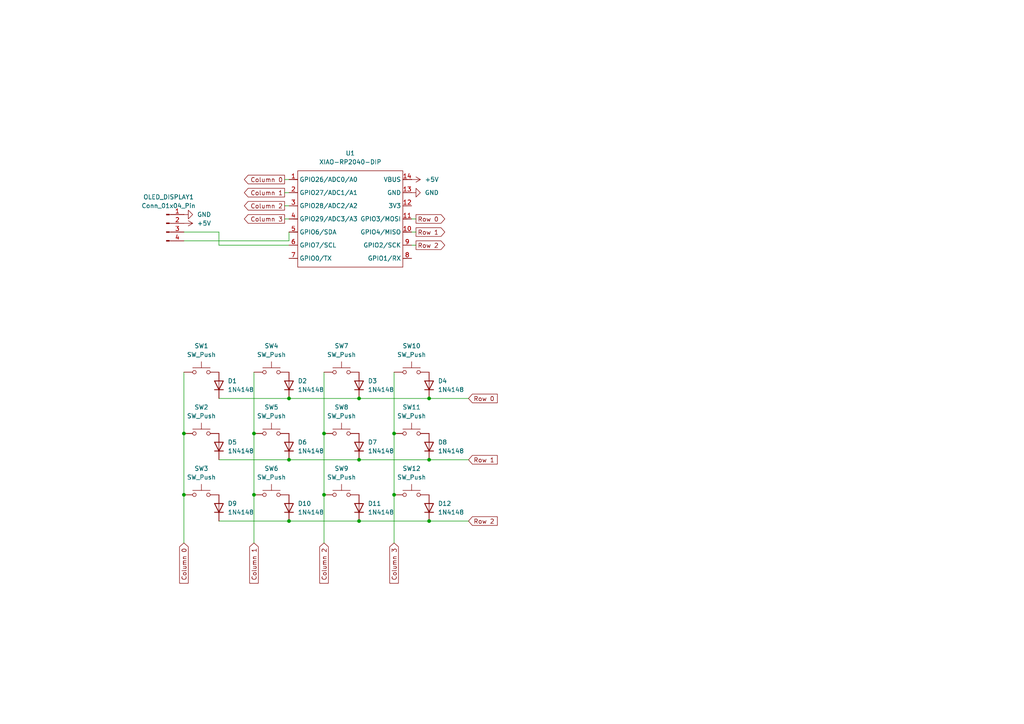
<source format=kicad_sch>
(kicad_sch
	(version 20250114)
	(generator "eeschema")
	(generator_version "9.0")
	(uuid "4e2f62f7-8df5-4a71-a5d4-3e662c0243ce")
	(paper "A4")
	(lib_symbols
		(symbol "Connector:Conn_01x04_Pin"
			(pin_names
				(offset 1.016)
				(hide yes)
			)
			(exclude_from_sim no)
			(in_bom yes)
			(on_board yes)
			(property "Reference" "J"
				(at 0 5.08 0)
				(effects
					(font
						(size 1.27 1.27)
					)
				)
			)
			(property "Value" "Conn_01x04_Pin"
				(at 0 -7.62 0)
				(effects
					(font
						(size 1.27 1.27)
					)
				)
			)
			(property "Footprint" ""
				(at 0 0 0)
				(effects
					(font
						(size 1.27 1.27)
					)
					(hide yes)
				)
			)
			(property "Datasheet" "~"
				(at 0 0 0)
				(effects
					(font
						(size 1.27 1.27)
					)
					(hide yes)
				)
			)
			(property "Description" "Generic connector, single row, 01x04, script generated"
				(at 0 0 0)
				(effects
					(font
						(size 1.27 1.27)
					)
					(hide yes)
				)
			)
			(property "ki_locked" ""
				(at 0 0 0)
				(effects
					(font
						(size 1.27 1.27)
					)
				)
			)
			(property "ki_keywords" "connector"
				(at 0 0 0)
				(effects
					(font
						(size 1.27 1.27)
					)
					(hide yes)
				)
			)
			(property "ki_fp_filters" "Connector*:*_1x??_*"
				(at 0 0 0)
				(effects
					(font
						(size 1.27 1.27)
					)
					(hide yes)
				)
			)
			(symbol "Conn_01x04_Pin_1_1"
				(rectangle
					(start 0.8636 2.667)
					(end 0 2.413)
					(stroke
						(width 0.1524)
						(type default)
					)
					(fill
						(type outline)
					)
				)
				(rectangle
					(start 0.8636 0.127)
					(end 0 -0.127)
					(stroke
						(width 0.1524)
						(type default)
					)
					(fill
						(type outline)
					)
				)
				(rectangle
					(start 0.8636 -2.413)
					(end 0 -2.667)
					(stroke
						(width 0.1524)
						(type default)
					)
					(fill
						(type outline)
					)
				)
				(rectangle
					(start 0.8636 -4.953)
					(end 0 -5.207)
					(stroke
						(width 0.1524)
						(type default)
					)
					(fill
						(type outline)
					)
				)
				(polyline
					(pts
						(xy 1.27 2.54) (xy 0.8636 2.54)
					)
					(stroke
						(width 0.1524)
						(type default)
					)
					(fill
						(type none)
					)
				)
				(polyline
					(pts
						(xy 1.27 0) (xy 0.8636 0)
					)
					(stroke
						(width 0.1524)
						(type default)
					)
					(fill
						(type none)
					)
				)
				(polyline
					(pts
						(xy 1.27 -2.54) (xy 0.8636 -2.54)
					)
					(stroke
						(width 0.1524)
						(type default)
					)
					(fill
						(type none)
					)
				)
				(polyline
					(pts
						(xy 1.27 -5.08) (xy 0.8636 -5.08)
					)
					(stroke
						(width 0.1524)
						(type default)
					)
					(fill
						(type none)
					)
				)
				(pin passive line
					(at 5.08 2.54 180)
					(length 3.81)
					(name "Pin_1"
						(effects
							(font
								(size 1.27 1.27)
							)
						)
					)
					(number "1"
						(effects
							(font
								(size 1.27 1.27)
							)
						)
					)
				)
				(pin passive line
					(at 5.08 0 180)
					(length 3.81)
					(name "Pin_2"
						(effects
							(font
								(size 1.27 1.27)
							)
						)
					)
					(number "2"
						(effects
							(font
								(size 1.27 1.27)
							)
						)
					)
				)
				(pin passive line
					(at 5.08 -2.54 180)
					(length 3.81)
					(name "Pin_3"
						(effects
							(font
								(size 1.27 1.27)
							)
						)
					)
					(number "3"
						(effects
							(font
								(size 1.27 1.27)
							)
						)
					)
				)
				(pin passive line
					(at 5.08 -5.08 180)
					(length 3.81)
					(name "Pin_4"
						(effects
							(font
								(size 1.27 1.27)
							)
						)
					)
					(number "4"
						(effects
							(font
								(size 1.27 1.27)
							)
						)
					)
				)
			)
			(embedded_fonts no)
		)
		(symbol "Diode:1N4148"
			(pin_numbers
				(hide yes)
			)
			(pin_names
				(hide yes)
			)
			(exclude_from_sim no)
			(in_bom yes)
			(on_board yes)
			(property "Reference" "D"
				(at 0 2.54 0)
				(effects
					(font
						(size 1.27 1.27)
					)
				)
			)
			(property "Value" "1N4148"
				(at 0 -2.54 0)
				(effects
					(font
						(size 1.27 1.27)
					)
				)
			)
			(property "Footprint" "Diode_THT:D_DO-35_SOD27_P7.62mm_Horizontal"
				(at 0 0 0)
				(effects
					(font
						(size 1.27 1.27)
					)
					(hide yes)
				)
			)
			(property "Datasheet" "https://assets.nexperia.com/documents/data-sheet/1N4148_1N4448.pdf"
				(at 0 0 0)
				(effects
					(font
						(size 1.27 1.27)
					)
					(hide yes)
				)
			)
			(property "Description" "100V 0.15A standard switching diode, DO-35"
				(at 0 0 0)
				(effects
					(font
						(size 1.27 1.27)
					)
					(hide yes)
				)
			)
			(property "Sim.Device" "D"
				(at 0 0 0)
				(effects
					(font
						(size 1.27 1.27)
					)
					(hide yes)
				)
			)
			(property "Sim.Pins" "1=K 2=A"
				(at 0 0 0)
				(effects
					(font
						(size 1.27 1.27)
					)
					(hide yes)
				)
			)
			(property "ki_keywords" "diode"
				(at 0 0 0)
				(effects
					(font
						(size 1.27 1.27)
					)
					(hide yes)
				)
			)
			(property "ki_fp_filters" "D*DO?35*"
				(at 0 0 0)
				(effects
					(font
						(size 1.27 1.27)
					)
					(hide yes)
				)
			)
			(symbol "1N4148_0_1"
				(polyline
					(pts
						(xy -1.27 1.27) (xy -1.27 -1.27)
					)
					(stroke
						(width 0.254)
						(type default)
					)
					(fill
						(type none)
					)
				)
				(polyline
					(pts
						(xy 1.27 1.27) (xy 1.27 -1.27) (xy -1.27 0) (xy 1.27 1.27)
					)
					(stroke
						(width 0.254)
						(type default)
					)
					(fill
						(type none)
					)
				)
				(polyline
					(pts
						(xy 1.27 0) (xy -1.27 0)
					)
					(stroke
						(width 0)
						(type default)
					)
					(fill
						(type none)
					)
				)
			)
			(symbol "1N4148_1_1"
				(pin passive line
					(at -3.81 0 0)
					(length 2.54)
					(name "K"
						(effects
							(font
								(size 1.27 1.27)
							)
						)
					)
					(number "1"
						(effects
							(font
								(size 1.27 1.27)
							)
						)
					)
				)
				(pin passive line
					(at 3.81 0 180)
					(length 2.54)
					(name "A"
						(effects
							(font
								(size 1.27 1.27)
							)
						)
					)
					(number "2"
						(effects
							(font
								(size 1.27 1.27)
							)
						)
					)
				)
			)
			(embedded_fonts no)
		)
		(symbol "OPL Library:XIAO-RP2040-DIP"
			(exclude_from_sim no)
			(in_bom yes)
			(on_board yes)
			(property "Reference" "U"
				(at 0 0 0)
				(effects
					(font
						(size 1.27 1.27)
					)
				)
			)
			(property "Value" "XIAO-RP2040-DIP"
				(at 5.334 -1.778 0)
				(effects
					(font
						(size 1.27 1.27)
					)
				)
			)
			(property "Footprint" "Module:MOUDLE14P-XIAO-DIP-SMD"
				(at 14.478 -32.258 0)
				(effects
					(font
						(size 1.27 1.27)
					)
					(hide yes)
				)
			)
			(property "Datasheet" ""
				(at 0 0 0)
				(effects
					(font
						(size 1.27 1.27)
					)
					(hide yes)
				)
			)
			(property "Description" ""
				(at 0 0 0)
				(effects
					(font
						(size 1.27 1.27)
					)
					(hide yes)
				)
			)
			(symbol "XIAO-RP2040-DIP_1_0"
				(polyline
					(pts
						(xy -1.27 -2.54) (xy 29.21 -2.54)
					)
					(stroke
						(width 0.1524)
						(type solid)
					)
					(fill
						(type none)
					)
				)
				(polyline
					(pts
						(xy -1.27 -5.08) (xy -2.54 -5.08)
					)
					(stroke
						(width 0.1524)
						(type solid)
					)
					(fill
						(type none)
					)
				)
				(polyline
					(pts
						(xy -1.27 -5.08) (xy -1.27 -2.54)
					)
					(stroke
						(width 0.1524)
						(type solid)
					)
					(fill
						(type none)
					)
				)
				(polyline
					(pts
						(xy -1.27 -8.89) (xy -2.54 -8.89)
					)
					(stroke
						(width 0.1524)
						(type solid)
					)
					(fill
						(type none)
					)
				)
				(polyline
					(pts
						(xy -1.27 -8.89) (xy -1.27 -5.08)
					)
					(stroke
						(width 0.1524)
						(type solid)
					)
					(fill
						(type none)
					)
				)
				(polyline
					(pts
						(xy -1.27 -12.7) (xy -2.54 -12.7)
					)
					(stroke
						(width 0.1524)
						(type solid)
					)
					(fill
						(type none)
					)
				)
				(polyline
					(pts
						(xy -1.27 -12.7) (xy -1.27 -8.89)
					)
					(stroke
						(width 0.1524)
						(type solid)
					)
					(fill
						(type none)
					)
				)
				(polyline
					(pts
						(xy -1.27 -16.51) (xy -2.54 -16.51)
					)
					(stroke
						(width 0.1524)
						(type solid)
					)
					(fill
						(type none)
					)
				)
				(polyline
					(pts
						(xy -1.27 -16.51) (xy -1.27 -12.7)
					)
					(stroke
						(width 0.1524)
						(type solid)
					)
					(fill
						(type none)
					)
				)
				(polyline
					(pts
						(xy -1.27 -20.32) (xy -2.54 -20.32)
					)
					(stroke
						(width 0.1524)
						(type solid)
					)
					(fill
						(type none)
					)
				)
				(polyline
					(pts
						(xy -1.27 -24.13) (xy -2.54 -24.13)
					)
					(stroke
						(width 0.1524)
						(type solid)
					)
					(fill
						(type none)
					)
				)
				(polyline
					(pts
						(xy -1.27 -27.94) (xy -2.54 -27.94)
					)
					(stroke
						(width 0.1524)
						(type solid)
					)
					(fill
						(type none)
					)
				)
				(polyline
					(pts
						(xy -1.27 -30.48) (xy -1.27 -16.51)
					)
					(stroke
						(width 0.1524)
						(type solid)
					)
					(fill
						(type none)
					)
				)
				(polyline
					(pts
						(xy 29.21 -2.54) (xy 29.21 -5.08)
					)
					(stroke
						(width 0.1524)
						(type solid)
					)
					(fill
						(type none)
					)
				)
				(polyline
					(pts
						(xy 29.21 -5.08) (xy 29.21 -8.89)
					)
					(stroke
						(width 0.1524)
						(type solid)
					)
					(fill
						(type none)
					)
				)
				(polyline
					(pts
						(xy 29.21 -8.89) (xy 29.21 -12.7)
					)
					(stroke
						(width 0.1524)
						(type solid)
					)
					(fill
						(type none)
					)
				)
				(polyline
					(pts
						(xy 29.21 -12.7) (xy 29.21 -30.48)
					)
					(stroke
						(width 0.1524)
						(type solid)
					)
					(fill
						(type none)
					)
				)
				(polyline
					(pts
						(xy 29.21 -30.48) (xy -1.27 -30.48)
					)
					(stroke
						(width 0.1524)
						(type solid)
					)
					(fill
						(type none)
					)
				)
				(polyline
					(pts
						(xy 30.48 -5.08) (xy 29.21 -5.08)
					)
					(stroke
						(width 0.1524)
						(type solid)
					)
					(fill
						(type none)
					)
				)
				(polyline
					(pts
						(xy 30.48 -8.89) (xy 29.21 -8.89)
					)
					(stroke
						(width 0.1524)
						(type solid)
					)
					(fill
						(type none)
					)
				)
				(polyline
					(pts
						(xy 30.48 -12.7) (xy 29.21 -12.7)
					)
					(stroke
						(width 0.1524)
						(type solid)
					)
					(fill
						(type none)
					)
				)
				(polyline
					(pts
						(xy 30.48 -16.51) (xy 29.21 -16.51)
					)
					(stroke
						(width 0.1524)
						(type solid)
					)
					(fill
						(type none)
					)
				)
				(polyline
					(pts
						(xy 30.48 -20.32) (xy 29.21 -20.32)
					)
					(stroke
						(width 0.1524)
						(type solid)
					)
					(fill
						(type none)
					)
				)
				(polyline
					(pts
						(xy 30.48 -24.13) (xy 29.21 -24.13)
					)
					(stroke
						(width 0.1524)
						(type solid)
					)
					(fill
						(type none)
					)
				)
				(polyline
					(pts
						(xy 30.48 -27.94) (xy 29.21 -27.94)
					)
					(stroke
						(width 0.1524)
						(type solid)
					)
					(fill
						(type none)
					)
				)
				(pin passive line
					(at -3.81 -5.08 0)
					(length 2.54)
					(name "GPIO26/ADC0/A0"
						(effects
							(font
								(size 1.27 1.27)
							)
						)
					)
					(number "1"
						(effects
							(font
								(size 1.27 1.27)
							)
						)
					)
				)
				(pin passive line
					(at -3.81 -8.89 0)
					(length 2.54)
					(name "GPIO27/ADC1/A1"
						(effects
							(font
								(size 1.27 1.27)
							)
						)
					)
					(number "2"
						(effects
							(font
								(size 1.27 1.27)
							)
						)
					)
				)
				(pin passive line
					(at -3.81 -12.7 0)
					(length 2.54)
					(name "GPIO28/ADC2/A2"
						(effects
							(font
								(size 1.27 1.27)
							)
						)
					)
					(number "3"
						(effects
							(font
								(size 1.27 1.27)
							)
						)
					)
				)
				(pin passive line
					(at -3.81 -16.51 0)
					(length 2.54)
					(name "GPIO29/ADC3/A3"
						(effects
							(font
								(size 1.27 1.27)
							)
						)
					)
					(number "4"
						(effects
							(font
								(size 1.27 1.27)
							)
						)
					)
				)
				(pin passive line
					(at -3.81 -20.32 0)
					(length 2.54)
					(name "GPIO6/SDA"
						(effects
							(font
								(size 1.27 1.27)
							)
						)
					)
					(number "5"
						(effects
							(font
								(size 1.27 1.27)
							)
						)
					)
				)
				(pin passive line
					(at -3.81 -24.13 0)
					(length 2.54)
					(name "GPIO7/SCL"
						(effects
							(font
								(size 1.27 1.27)
							)
						)
					)
					(number "6"
						(effects
							(font
								(size 1.27 1.27)
							)
						)
					)
				)
				(pin passive line
					(at -3.81 -27.94 0)
					(length 2.54)
					(name "GPIO0/TX"
						(effects
							(font
								(size 1.27 1.27)
							)
						)
					)
					(number "7"
						(effects
							(font
								(size 1.27 1.27)
							)
						)
					)
				)
				(pin passive line
					(at 31.75 -5.08 180)
					(length 2.54)
					(name "VBUS"
						(effects
							(font
								(size 1.27 1.27)
							)
						)
					)
					(number "14"
						(effects
							(font
								(size 1.27 1.27)
							)
						)
					)
				)
				(pin passive line
					(at 31.75 -8.89 180)
					(length 2.54)
					(name "GND"
						(effects
							(font
								(size 1.27 1.27)
							)
						)
					)
					(number "13"
						(effects
							(font
								(size 1.27 1.27)
							)
						)
					)
				)
				(pin passive line
					(at 31.75 -12.7 180)
					(length 2.54)
					(name "3V3"
						(effects
							(font
								(size 1.27 1.27)
							)
						)
					)
					(number "12"
						(effects
							(font
								(size 1.27 1.27)
							)
						)
					)
				)
				(pin passive line
					(at 31.75 -16.51 180)
					(length 2.54)
					(name "GPIO3/MOSI"
						(effects
							(font
								(size 1.27 1.27)
							)
						)
					)
					(number "11"
						(effects
							(font
								(size 1.27 1.27)
							)
						)
					)
				)
				(pin passive line
					(at 31.75 -20.32 180)
					(length 2.54)
					(name "GPIO4/MISO"
						(effects
							(font
								(size 1.27 1.27)
							)
						)
					)
					(number "10"
						(effects
							(font
								(size 1.27 1.27)
							)
						)
					)
				)
				(pin passive line
					(at 31.75 -24.13 180)
					(length 2.54)
					(name "GPIO2/SCK"
						(effects
							(font
								(size 1.27 1.27)
							)
						)
					)
					(number "9"
						(effects
							(font
								(size 1.27 1.27)
							)
						)
					)
				)
				(pin passive line
					(at 31.75 -27.94 180)
					(length 2.54)
					(name "GPIO1/RX"
						(effects
							(font
								(size 1.27 1.27)
							)
						)
					)
					(number "8"
						(effects
							(font
								(size 1.27 1.27)
							)
						)
					)
				)
			)
			(embedded_fonts no)
		)
		(symbol "Switch:SW_Push"
			(pin_numbers
				(hide yes)
			)
			(pin_names
				(offset 1.016)
				(hide yes)
			)
			(exclude_from_sim no)
			(in_bom yes)
			(on_board yes)
			(property "Reference" "SW"
				(at 1.27 2.54 0)
				(effects
					(font
						(size 1.27 1.27)
					)
					(justify left)
				)
			)
			(property "Value" "SW_Push"
				(at 0 -1.524 0)
				(effects
					(font
						(size 1.27 1.27)
					)
				)
			)
			(property "Footprint" ""
				(at 0 5.08 0)
				(effects
					(font
						(size 1.27 1.27)
					)
					(hide yes)
				)
			)
			(property "Datasheet" "~"
				(at 0 5.08 0)
				(effects
					(font
						(size 1.27 1.27)
					)
					(hide yes)
				)
			)
			(property "Description" "Push button switch, generic, two pins"
				(at 0 0 0)
				(effects
					(font
						(size 1.27 1.27)
					)
					(hide yes)
				)
			)
			(property "ki_keywords" "switch normally-open pushbutton push-button"
				(at 0 0 0)
				(effects
					(font
						(size 1.27 1.27)
					)
					(hide yes)
				)
			)
			(symbol "SW_Push_0_1"
				(circle
					(center -2.032 0)
					(radius 0.508)
					(stroke
						(width 0)
						(type default)
					)
					(fill
						(type none)
					)
				)
				(polyline
					(pts
						(xy 0 1.27) (xy 0 3.048)
					)
					(stroke
						(width 0)
						(type default)
					)
					(fill
						(type none)
					)
				)
				(circle
					(center 2.032 0)
					(radius 0.508)
					(stroke
						(width 0)
						(type default)
					)
					(fill
						(type none)
					)
				)
				(polyline
					(pts
						(xy 2.54 1.27) (xy -2.54 1.27)
					)
					(stroke
						(width 0)
						(type default)
					)
					(fill
						(type none)
					)
				)
				(pin passive line
					(at -5.08 0 0)
					(length 2.54)
					(name "1"
						(effects
							(font
								(size 1.27 1.27)
							)
						)
					)
					(number "1"
						(effects
							(font
								(size 1.27 1.27)
							)
						)
					)
				)
				(pin passive line
					(at 5.08 0 180)
					(length 2.54)
					(name "2"
						(effects
							(font
								(size 1.27 1.27)
							)
						)
					)
					(number "2"
						(effects
							(font
								(size 1.27 1.27)
							)
						)
					)
				)
			)
			(embedded_fonts no)
		)
		(symbol "power:+5V"
			(power)
			(pin_numbers
				(hide yes)
			)
			(pin_names
				(offset 0)
				(hide yes)
			)
			(exclude_from_sim no)
			(in_bom yes)
			(on_board yes)
			(property "Reference" "#PWR"
				(at 0 -3.81 0)
				(effects
					(font
						(size 1.27 1.27)
					)
					(hide yes)
				)
			)
			(property "Value" "+5V"
				(at 0 3.556 0)
				(effects
					(font
						(size 1.27 1.27)
					)
				)
			)
			(property "Footprint" ""
				(at 0 0 0)
				(effects
					(font
						(size 1.27 1.27)
					)
					(hide yes)
				)
			)
			(property "Datasheet" ""
				(at 0 0 0)
				(effects
					(font
						(size 1.27 1.27)
					)
					(hide yes)
				)
			)
			(property "Description" "Power symbol creates a global label with name \"+5V\""
				(at 0 0 0)
				(effects
					(font
						(size 1.27 1.27)
					)
					(hide yes)
				)
			)
			(property "ki_keywords" "global power"
				(at 0 0 0)
				(effects
					(font
						(size 1.27 1.27)
					)
					(hide yes)
				)
			)
			(symbol "+5V_0_1"
				(polyline
					(pts
						(xy -0.762 1.27) (xy 0 2.54)
					)
					(stroke
						(width 0)
						(type default)
					)
					(fill
						(type none)
					)
				)
				(polyline
					(pts
						(xy 0 2.54) (xy 0.762 1.27)
					)
					(stroke
						(width 0)
						(type default)
					)
					(fill
						(type none)
					)
				)
				(polyline
					(pts
						(xy 0 0) (xy 0 2.54)
					)
					(stroke
						(width 0)
						(type default)
					)
					(fill
						(type none)
					)
				)
			)
			(symbol "+5V_1_1"
				(pin power_in line
					(at 0 0 90)
					(length 0)
					(name "~"
						(effects
							(font
								(size 1.27 1.27)
							)
						)
					)
					(number "1"
						(effects
							(font
								(size 1.27 1.27)
							)
						)
					)
				)
			)
			(embedded_fonts no)
		)
		(symbol "power:GND"
			(power)
			(pin_numbers
				(hide yes)
			)
			(pin_names
				(offset 0)
				(hide yes)
			)
			(exclude_from_sim no)
			(in_bom yes)
			(on_board yes)
			(property "Reference" "#PWR"
				(at 0 -6.35 0)
				(effects
					(font
						(size 1.27 1.27)
					)
					(hide yes)
				)
			)
			(property "Value" "GND"
				(at 0 -3.81 0)
				(effects
					(font
						(size 1.27 1.27)
					)
				)
			)
			(property "Footprint" ""
				(at 0 0 0)
				(effects
					(font
						(size 1.27 1.27)
					)
					(hide yes)
				)
			)
			(property "Datasheet" ""
				(at 0 0 0)
				(effects
					(font
						(size 1.27 1.27)
					)
					(hide yes)
				)
			)
			(property "Description" "Power symbol creates a global label with name \"GND\" , ground"
				(at 0 0 0)
				(effects
					(font
						(size 1.27 1.27)
					)
					(hide yes)
				)
			)
			(property "ki_keywords" "global power"
				(at 0 0 0)
				(effects
					(font
						(size 1.27 1.27)
					)
					(hide yes)
				)
			)
			(symbol "GND_0_1"
				(polyline
					(pts
						(xy 0 0) (xy 0 -1.27) (xy 1.27 -1.27) (xy 0 -2.54) (xy -1.27 -1.27) (xy 0 -1.27)
					)
					(stroke
						(width 0)
						(type default)
					)
					(fill
						(type none)
					)
				)
			)
			(symbol "GND_1_1"
				(pin power_in line
					(at 0 0 270)
					(length 0)
					(name "~"
						(effects
							(font
								(size 1.27 1.27)
							)
						)
					)
					(number "1"
						(effects
							(font
								(size 1.27 1.27)
							)
						)
					)
				)
			)
			(embedded_fonts no)
		)
	)
	(junction
		(at 83.82 115.57)
		(diameter 0)
		(color 0 0 0 0)
		(uuid "1b3be820-6f68-40d4-b75e-7da265761ca9")
	)
	(junction
		(at 73.66 125.73)
		(diameter 0)
		(color 0 0 0 0)
		(uuid "291911fa-8ac2-423e-8716-589ba79479f3")
	)
	(junction
		(at 53.34 125.73)
		(diameter 0)
		(color 0 0 0 0)
		(uuid "3490d1be-665e-4f91-9ac5-108665a435b0")
	)
	(junction
		(at 124.46 133.35)
		(diameter 0)
		(color 0 0 0 0)
		(uuid "45a563f9-e75a-4f55-aa0f-de14dc90bf96")
	)
	(junction
		(at 124.46 151.13)
		(diameter 0)
		(color 0 0 0 0)
		(uuid "46c1c5c5-dc5b-40a0-bd99-85031347fa9d")
	)
	(junction
		(at 73.66 143.51)
		(diameter 0)
		(color 0 0 0 0)
		(uuid "53e7d511-71e5-471f-8556-9d7c1810d7e0")
	)
	(junction
		(at 83.82 133.35)
		(diameter 0)
		(color 0 0 0 0)
		(uuid "55662407-5f68-4d4d-8822-5fb3276c79ed")
	)
	(junction
		(at 104.14 115.57)
		(diameter 0)
		(color 0 0 0 0)
		(uuid "60136f06-d197-4f5a-8c73-e258e73c703f")
	)
	(junction
		(at 53.34 143.51)
		(diameter 0)
		(color 0 0 0 0)
		(uuid "610caf00-4198-4245-b243-f520fe25c7de")
	)
	(junction
		(at 83.82 151.13)
		(diameter 0)
		(color 0 0 0 0)
		(uuid "7af16031-44de-44c8-8d86-8cb1acfd5ba1")
	)
	(junction
		(at 93.98 143.51)
		(diameter 0)
		(color 0 0 0 0)
		(uuid "869177bd-b132-4e9c-a434-8c5b6788cab3")
	)
	(junction
		(at 104.14 133.35)
		(diameter 0)
		(color 0 0 0 0)
		(uuid "8ed0106f-990e-47af-b9e8-ecfd1cc2375b")
	)
	(junction
		(at 114.3 125.73)
		(diameter 0)
		(color 0 0 0 0)
		(uuid "b050abf0-d95c-4bbe-b1f0-cc138de0971f")
	)
	(junction
		(at 124.46 115.57)
		(diameter 0)
		(color 0 0 0 0)
		(uuid "ba4a2a0d-996d-4c22-a5a3-c77adac0346c")
	)
	(junction
		(at 104.14 151.13)
		(diameter 0)
		(color 0 0 0 0)
		(uuid "c708ee4a-b0f7-46d2-bfb5-0e44a4d16a9f")
	)
	(junction
		(at 93.98 125.73)
		(diameter 0)
		(color 0 0 0 0)
		(uuid "e1f5c5db-c30a-4364-908f-2297ad1040a3")
	)
	(junction
		(at 114.3 143.51)
		(diameter 0)
		(color 0 0 0 0)
		(uuid "f1031458-37f2-42c0-bd6a-4c649f7c0653")
	)
	(wire
		(pts
			(xy 119.38 67.31) (xy 120.65 67.31)
		)
		(stroke
			(width 0)
			(type default)
		)
		(uuid "2b62a837-66e7-47d8-bb77-217833c6aaac")
	)
	(wire
		(pts
			(xy 82.55 52.07) (xy 83.82 52.07)
		)
		(stroke
			(width 0)
			(type default)
		)
		(uuid "3a8ea42a-fccb-4faa-8218-d150e0ca2a6b")
	)
	(wire
		(pts
			(xy 82.55 63.5) (xy 83.82 63.5)
		)
		(stroke
			(width 0)
			(type default)
		)
		(uuid "4087bb63-284d-4961-82a1-c39545e64518")
	)
	(wire
		(pts
			(xy 63.5 71.12) (xy 83.82 71.12)
		)
		(stroke
			(width 0)
			(type default)
		)
		(uuid "42096a52-9c88-4347-849d-adcacf00cc14")
	)
	(wire
		(pts
			(xy 82.55 59.69) (xy 83.82 59.69)
		)
		(stroke
			(width 0)
			(type default)
		)
		(uuid "4ce666c0-f2f7-4b98-80bd-77e36768cf03")
	)
	(wire
		(pts
			(xy 104.14 115.57) (xy 124.46 115.57)
		)
		(stroke
			(width 0)
			(type default)
		)
		(uuid "5bd37fd5-3b67-489d-895a-f85a96d197dc")
	)
	(wire
		(pts
			(xy 83.82 115.57) (xy 104.14 115.57)
		)
		(stroke
			(width 0)
			(type default)
		)
		(uuid "5dea8076-1c3a-405a-bf68-7454f38180dd")
	)
	(wire
		(pts
			(xy 119.38 63.5) (xy 120.65 63.5)
		)
		(stroke
			(width 0)
			(type default)
		)
		(uuid "67b43c46-5818-4f5d-a4b9-40f39b3d801b")
	)
	(wire
		(pts
			(xy 124.46 151.13) (xy 135.89 151.13)
		)
		(stroke
			(width 0)
			(type default)
		)
		(uuid "775af0bf-cf9a-44bf-9c84-c81be1db6625")
	)
	(wire
		(pts
			(xy 63.5 151.13) (xy 83.82 151.13)
		)
		(stroke
			(width 0)
			(type default)
		)
		(uuid "8095dbfa-fe14-4e9d-b920-b1081f845116")
	)
	(wire
		(pts
			(xy 119.38 71.12) (xy 120.65 71.12)
		)
		(stroke
			(width 0)
			(type default)
		)
		(uuid "8918a3f9-bf87-4e8a-abf2-b06321385a57")
	)
	(wire
		(pts
			(xy 114.3 107.95) (xy 114.3 125.73)
		)
		(stroke
			(width 0)
			(type default)
		)
		(uuid "8b716025-f3f4-4960-80f9-dd8a6e105bf4")
	)
	(wire
		(pts
			(xy 73.66 125.73) (xy 73.66 143.51)
		)
		(stroke
			(width 0)
			(type default)
		)
		(uuid "928c5485-f3fe-465d-9af3-c1ad1e6141a6")
	)
	(wire
		(pts
			(xy 104.14 133.35) (xy 124.46 133.35)
		)
		(stroke
			(width 0)
			(type default)
		)
		(uuid "938d335a-e91c-45c3-9b9d-cbf6660a1d00")
	)
	(wire
		(pts
			(xy 53.34 107.95) (xy 53.34 125.73)
		)
		(stroke
			(width 0)
			(type default)
		)
		(uuid "96f6b5c0-89ce-4696-8afe-88098a8816ae")
	)
	(wire
		(pts
			(xy 104.14 151.13) (xy 124.46 151.13)
		)
		(stroke
			(width 0)
			(type default)
		)
		(uuid "983a48c0-61f1-4773-b6b8-9626ec2f10a2")
	)
	(wire
		(pts
			(xy 114.3 143.51) (xy 114.3 157.48)
		)
		(stroke
			(width 0)
			(type default)
		)
		(uuid "99846676-df80-4d8d-a6ad-d2f410dce006")
	)
	(wire
		(pts
			(xy 63.5 67.31) (xy 63.5 71.12)
		)
		(stroke
			(width 0)
			(type default)
		)
		(uuid "a186e905-aae1-4e6e-8e8a-c3488e0db43d")
	)
	(wire
		(pts
			(xy 63.5 133.35) (xy 83.82 133.35)
		)
		(stroke
			(width 0)
			(type default)
		)
		(uuid "a2fe121b-f64b-474a-ba70-0d538e608cff")
	)
	(wire
		(pts
			(xy 53.34 143.51) (xy 53.34 157.48)
		)
		(stroke
			(width 0)
			(type default)
		)
		(uuid "a7046f10-650f-491d-a08c-01d02eb39d5d")
	)
	(wire
		(pts
			(xy 83.82 69.85) (xy 83.82 67.31)
		)
		(stroke
			(width 0)
			(type default)
		)
		(uuid "ae7c114c-a154-41bf-bf12-f547b0e77961")
	)
	(wire
		(pts
			(xy 93.98 125.73) (xy 93.98 143.51)
		)
		(stroke
			(width 0)
			(type default)
		)
		(uuid "c0c91435-2526-413e-b478-968c1e73b51f")
	)
	(wire
		(pts
			(xy 53.34 125.73) (xy 53.34 143.51)
		)
		(stroke
			(width 0)
			(type default)
		)
		(uuid "c1a4da33-d878-462b-8d85-2333071168a1")
	)
	(wire
		(pts
			(xy 114.3 125.73) (xy 114.3 143.51)
		)
		(stroke
			(width 0)
			(type default)
		)
		(uuid "c3ce36b7-d722-4e0f-8f0b-394bf29c609e")
	)
	(wire
		(pts
			(xy 93.98 107.95) (xy 93.98 125.73)
		)
		(stroke
			(width 0)
			(type default)
		)
		(uuid "c55ac2fa-89be-4b74-9f71-f55aac78b016")
	)
	(wire
		(pts
			(xy 53.34 67.31) (xy 63.5 67.31)
		)
		(stroke
			(width 0)
			(type default)
		)
		(uuid "cc2f44d4-53df-432b-9ad6-40aac7cc0bc4")
	)
	(wire
		(pts
			(xy 73.66 107.95) (xy 73.66 125.73)
		)
		(stroke
			(width 0)
			(type default)
		)
		(uuid "d1372091-71cb-47d0-b0a9-fce9eda035ff")
	)
	(wire
		(pts
			(xy 93.98 143.51) (xy 93.98 157.48)
		)
		(stroke
			(width 0)
			(type default)
		)
		(uuid "d93926cf-464e-4dcc-81fe-363b46c11aa1")
	)
	(wire
		(pts
			(xy 124.46 133.35) (xy 135.89 133.35)
		)
		(stroke
			(width 0)
			(type default)
		)
		(uuid "db07c9ff-8d22-46de-845d-6c6437ce17bd")
	)
	(wire
		(pts
			(xy 73.66 143.51) (xy 73.66 157.48)
		)
		(stroke
			(width 0)
			(type default)
		)
		(uuid "dc4904ac-d466-476e-8988-bb61f61667f6")
	)
	(wire
		(pts
			(xy 124.46 115.57) (xy 135.89 115.57)
		)
		(stroke
			(width 0)
			(type default)
		)
		(uuid "e6444920-c0eb-488f-a715-ac71e509a072")
	)
	(wire
		(pts
			(xy 63.5 115.57) (xy 83.82 115.57)
		)
		(stroke
			(width 0)
			(type default)
		)
		(uuid "ebc3c042-2c41-4ed0-8974-35f9730697bd")
	)
	(wire
		(pts
			(xy 82.55 55.88) (xy 83.82 55.88)
		)
		(stroke
			(width 0)
			(type default)
		)
		(uuid "ebdd8131-63ce-4cd7-9c81-cce3cfbbefa1")
	)
	(wire
		(pts
			(xy 83.82 133.35) (xy 104.14 133.35)
		)
		(stroke
			(width 0)
			(type default)
		)
		(uuid "ee4e6fbe-cad0-42e8-bf1f-05702845ef5e")
	)
	(wire
		(pts
			(xy 83.82 151.13) (xy 104.14 151.13)
		)
		(stroke
			(width 0)
			(type default)
		)
		(uuid "eecf0069-950e-4f88-a3d1-abae42c40187")
	)
	(wire
		(pts
			(xy 53.34 69.85) (xy 83.82 69.85)
		)
		(stroke
			(width 0)
			(type default)
		)
		(uuid "fa03dbd7-3811-4c91-adae-91b2f74c45a2")
	)
	(global_label "Column 2"
		(shape output)
		(at 82.55 59.69 180)
		(fields_autoplaced yes)
		(effects
			(font
				(size 1.27 1.27)
			)
			(justify right)
		)
		(uuid "0137624f-8e6d-4f5f-912d-058dd86d1298")
		(property "Intersheetrefs" "${INTERSHEET_REFS}"
			(at 70.3122 59.69 0)
			(effects
				(font
					(size 1.27 1.27)
				)
				(justify right)
				(hide yes)
			)
		)
	)
	(global_label "Row 0"
		(shape input)
		(at 135.89 115.57 0)
		(fields_autoplaced yes)
		(effects
			(font
				(size 1.27 1.27)
			)
			(justify left)
		)
		(uuid "054933ab-7fd0-4fa5-801c-16aec7c9cc51")
		(property "Intersheetrefs" "${INTERSHEET_REFS}"
			(at 144.8018 115.57 0)
			(effects
				(font
					(size 1.27 1.27)
				)
				(justify left)
				(hide yes)
			)
		)
	)
	(global_label "Column 0"
		(shape input)
		(at 53.34 157.48 270)
		(fields_autoplaced yes)
		(effects
			(font
				(size 1.27 1.27)
			)
			(justify right)
		)
		(uuid "4305d70c-395c-465d-b8a6-2f9a5c5459e6")
		(property "Intersheetrefs" "${INTERSHEET_REFS}"
			(at 53.34 169.7178 90)
			(effects
				(font
					(size 1.27 1.27)
				)
				(justify right)
				(hide yes)
			)
		)
	)
	(global_label "Row 1"
		(shape input)
		(at 135.89 133.35 0)
		(fields_autoplaced yes)
		(effects
			(font
				(size 1.27 1.27)
			)
			(justify left)
		)
		(uuid "4c4c5436-0677-4666-a69b-93ac12d026af")
		(property "Intersheetrefs" "${INTERSHEET_REFS}"
			(at 144.8018 133.35 0)
			(effects
				(font
					(size 1.27 1.27)
				)
				(justify left)
				(hide yes)
			)
		)
	)
	(global_label "Row 2"
		(shape output)
		(at 120.65 71.12 0)
		(fields_autoplaced yes)
		(effects
			(font
				(size 1.27 1.27)
			)
			(justify left)
		)
		(uuid "4fad90bb-a75f-4da7-a2fb-89a956b9152d")
		(property "Intersheetrefs" "${INTERSHEET_REFS}"
			(at 129.5618 71.12 0)
			(effects
				(font
					(size 1.27 1.27)
				)
				(justify left)
				(hide yes)
			)
		)
	)
	(global_label "Column 1"
		(shape input)
		(at 73.66 157.48 270)
		(fields_autoplaced yes)
		(effects
			(font
				(size 1.27 1.27)
			)
			(justify right)
		)
		(uuid "53623164-93bc-4c0e-bede-a4c4f87056f5")
		(property "Intersheetrefs" "${INTERSHEET_REFS}"
			(at 73.66 169.7178 90)
			(effects
				(font
					(size 1.27 1.27)
				)
				(justify right)
				(hide yes)
			)
		)
	)
	(global_label "Column 2"
		(shape input)
		(at 93.98 157.48 270)
		(fields_autoplaced yes)
		(effects
			(font
				(size 1.27 1.27)
			)
			(justify right)
		)
		(uuid "57bb15df-23a1-4ea0-a3e4-86b5e484dd85")
		(property "Intersheetrefs" "${INTERSHEET_REFS}"
			(at 93.98 169.7178 90)
			(effects
				(font
					(size 1.27 1.27)
				)
				(justify right)
				(hide yes)
			)
		)
	)
	(global_label "Column 1"
		(shape output)
		(at 82.55 55.88 180)
		(fields_autoplaced yes)
		(effects
			(font
				(size 1.27 1.27)
			)
			(justify right)
		)
		(uuid "5f7d19ea-a108-41f7-bc9c-b27c31f68ba8")
		(property "Intersheetrefs" "${INTERSHEET_REFS}"
			(at 70.3122 55.88 0)
			(effects
				(font
					(size 1.27 1.27)
				)
				(justify right)
				(hide yes)
			)
		)
	)
	(global_label "Column 3"
		(shape output)
		(at 82.55 63.5 180)
		(fields_autoplaced yes)
		(effects
			(font
				(size 1.27 1.27)
			)
			(justify right)
		)
		(uuid "79e93a0a-5a58-4549-9a80-7a45d7a5ae4d")
		(property "Intersheetrefs" "${INTERSHEET_REFS}"
			(at 70.3122 63.5 0)
			(effects
				(font
					(size 1.27 1.27)
				)
				(justify right)
				(hide yes)
			)
		)
	)
	(global_label "Column 3"
		(shape input)
		(at 114.3 157.48 270)
		(fields_autoplaced yes)
		(effects
			(font
				(size 1.27 1.27)
			)
			(justify right)
		)
		(uuid "99c60cd7-97e3-4b7c-aa36-6487305d8f26")
		(property "Intersheetrefs" "${INTERSHEET_REFS}"
			(at 114.3 169.7178 90)
			(effects
				(font
					(size 1.27 1.27)
				)
				(justify right)
				(hide yes)
			)
		)
	)
	(global_label "Column 0"
		(shape output)
		(at 82.55 52.07 180)
		(fields_autoplaced yes)
		(effects
			(font
				(size 1.27 1.27)
			)
			(justify right)
		)
		(uuid "c0e21490-8159-48c1-86af-98a9a6e9de57")
		(property "Intersheetrefs" "${INTERSHEET_REFS}"
			(at 70.3122 52.07 0)
			(effects
				(font
					(size 1.27 1.27)
				)
				(justify right)
				(hide yes)
			)
		)
	)
	(global_label "Row 2"
		(shape input)
		(at 135.89 151.13 0)
		(fields_autoplaced yes)
		(effects
			(font
				(size 1.27 1.27)
			)
			(justify left)
		)
		(uuid "c5571062-2400-47b4-9e42-64a46ec1a154")
		(property "Intersheetrefs" "${INTERSHEET_REFS}"
			(at 144.8018 151.13 0)
			(effects
				(font
					(size 1.27 1.27)
				)
				(justify left)
				(hide yes)
			)
		)
	)
	(global_label "Row 1"
		(shape output)
		(at 120.65 67.31 0)
		(fields_autoplaced yes)
		(effects
			(font
				(size 1.27 1.27)
			)
			(justify left)
		)
		(uuid "cba09e8a-e845-47bb-a4be-a2cf0e69f42d")
		(property "Intersheetrefs" "${INTERSHEET_REFS}"
			(at 129.5618 67.31 0)
			(effects
				(font
					(size 1.27 1.27)
				)
				(justify left)
				(hide yes)
			)
		)
	)
	(global_label "Row 0"
		(shape output)
		(at 120.65 63.5 0)
		(fields_autoplaced yes)
		(effects
			(font
				(size 1.27 1.27)
			)
			(justify left)
		)
		(uuid "ff92436c-3e01-47d2-bc09-8145be2628fd")
		(property "Intersheetrefs" "${INTERSHEET_REFS}"
			(at 129.5618 63.5 0)
			(effects
				(font
					(size 1.27 1.27)
				)
				(justify left)
				(hide yes)
			)
		)
	)
	(symbol
		(lib_id "power:+5V")
		(at 53.34 64.77 270)
		(unit 1)
		(exclude_from_sim no)
		(in_bom yes)
		(on_board yes)
		(dnp no)
		(fields_autoplaced yes)
		(uuid "070aae97-647e-468e-b57e-348bd28f1c4d")
		(property "Reference" "#PWR03"
			(at 49.53 64.77 0)
			(effects
				(font
					(size 1.27 1.27)
				)
				(hide yes)
			)
		)
		(property "Value" "+5V"
			(at 57.15 64.7699 90)
			(effects
				(font
					(size 1.27 1.27)
				)
				(justify left)
			)
		)
		(property "Footprint" ""
			(at 53.34 64.77 0)
			(effects
				(font
					(size 1.27 1.27)
				)
				(hide yes)
			)
		)
		(property "Datasheet" ""
			(at 53.34 64.77 0)
			(effects
				(font
					(size 1.27 1.27)
				)
				(hide yes)
			)
		)
		(property "Description" "Power symbol creates a global label with name \"+5V\""
			(at 53.34 64.77 0)
			(effects
				(font
					(size 1.27 1.27)
				)
				(hide yes)
			)
		)
		(pin "1"
			(uuid "385ad054-4d54-479b-a461-e6510824bc69")
		)
		(instances
			(project "GOATPad"
				(path "/4e2f62f7-8df5-4a71-a5d4-3e662c0243ce"
					(reference "#PWR03")
					(unit 1)
				)
			)
		)
	)
	(symbol
		(lib_id "Diode:1N4148")
		(at 104.14 129.54 90)
		(unit 1)
		(exclude_from_sim no)
		(in_bom yes)
		(on_board yes)
		(dnp no)
		(fields_autoplaced yes)
		(uuid "0acb9c8e-18d3-46c4-9edf-048b3f1d859c")
		(property "Reference" "D7"
			(at 106.68 128.2699 90)
			(effects
				(font
					(size 1.27 1.27)
				)
				(justify right)
			)
		)
		(property "Value" "1N4148"
			(at 106.68 130.8099 90)
			(effects
				(font
					(size 1.27 1.27)
				)
				(justify right)
			)
		)
		(property "Footprint" "Diode_THT:D_DO-35_SOD27_P7.62mm_Horizontal"
			(at 104.14 129.54 0)
			(effects
				(font
					(size 1.27 1.27)
				)
				(hide yes)
			)
		)
		(property "Datasheet" "https://assets.nexperia.com/documents/data-sheet/1N4148_1N4448.pdf"
			(at 104.14 129.54 0)
			(effects
				(font
					(size 1.27 1.27)
				)
				(hide yes)
			)
		)
		(property "Description" "100V 0.15A standard switching diode, DO-35"
			(at 104.14 129.54 0)
			(effects
				(font
					(size 1.27 1.27)
				)
				(hide yes)
			)
		)
		(property "Sim.Device" "D"
			(at 104.14 129.54 0)
			(effects
				(font
					(size 1.27 1.27)
				)
				(hide yes)
			)
		)
		(property "Sim.Pins" "1=K 2=A"
			(at 104.14 129.54 0)
			(effects
				(font
					(size 1.27 1.27)
				)
				(hide yes)
			)
		)
		(pin "2"
			(uuid "604b0943-6bbb-49d9-83d7-61f1d65fc8da")
		)
		(pin "1"
			(uuid "e24b3d44-99db-48ed-afce-84b0daf0fb6b")
		)
		(instances
			(project "GOATPad"
				(path "/4e2f62f7-8df5-4a71-a5d4-3e662c0243ce"
					(reference "D7")
					(unit 1)
				)
			)
		)
	)
	(symbol
		(lib_id "Diode:1N4148")
		(at 83.82 129.54 90)
		(unit 1)
		(exclude_from_sim no)
		(in_bom yes)
		(on_board yes)
		(dnp no)
		(uuid "0d639fb3-71f4-446a-a7ae-549375e5abe9")
		(property "Reference" "D6"
			(at 86.36 128.2699 90)
			(effects
				(font
					(size 1.27 1.27)
				)
				(justify right)
			)
		)
		(property "Value" "1N4148"
			(at 86.36 130.8099 90)
			(effects
				(font
					(size 1.27 1.27)
				)
				(justify right)
			)
		)
		(property "Footprint" "Diode_THT:D_DO-35_SOD27_P7.62mm_Horizontal"
			(at 83.82 129.54 0)
			(effects
				(font
					(size 1.27 1.27)
				)
				(hide yes)
			)
		)
		(property "Datasheet" "https://assets.nexperia.com/documents/data-sheet/1N4148_1N4448.pdf"
			(at 83.82 129.54 0)
			(effects
				(font
					(size 1.27 1.27)
				)
				(hide yes)
			)
		)
		(property "Description" "100V 0.15A standard switching diode, DO-35"
			(at 83.82 129.54 0)
			(effects
				(font
					(size 1.27 1.27)
				)
				(hide yes)
			)
		)
		(property "Sim.Device" "D"
			(at 83.82 129.54 0)
			(effects
				(font
					(size 1.27 1.27)
				)
				(hide yes)
			)
		)
		(property "Sim.Pins" "1=K 2=A"
			(at 83.82 129.54 0)
			(effects
				(font
					(size 1.27 1.27)
				)
				(hide yes)
			)
		)
		(pin "2"
			(uuid "1ac7b7fd-4f3f-4186-a6e6-63fcfc23e844")
		)
		(pin "1"
			(uuid "1cc169b8-50d6-4227-81a5-395b7ba4b5cf")
		)
		(instances
			(project "GOATPad"
				(path "/4e2f62f7-8df5-4a71-a5d4-3e662c0243ce"
					(reference "D6")
					(unit 1)
				)
			)
		)
	)
	(symbol
		(lib_id "Switch:SW_Push")
		(at 78.74 125.73 0)
		(unit 1)
		(exclude_from_sim no)
		(in_bom yes)
		(on_board yes)
		(dnp no)
		(fields_autoplaced yes)
		(uuid "17cdd33b-e7fc-4486-8820-a785445de549")
		(property "Reference" "SW5"
			(at 78.74 118.11 0)
			(effects
				(font
					(size 1.27 1.27)
				)
			)
		)
		(property "Value" "SW_Push"
			(at 78.74 120.65 0)
			(effects
				(font
					(size 1.27 1.27)
				)
			)
		)
		(property "Footprint" "Button_Switch_Keyboard:SW_Cherry_MX_1.00u_PCB"
			(at 78.74 120.65 0)
			(effects
				(font
					(size 1.27 1.27)
				)
				(hide yes)
			)
		)
		(property "Datasheet" "~"
			(at 78.74 120.65 0)
			(effects
				(font
					(size 1.27 1.27)
				)
				(hide yes)
			)
		)
		(property "Description" "Push button switch, generic, two pins"
			(at 78.74 125.73 0)
			(effects
				(font
					(size 1.27 1.27)
				)
				(hide yes)
			)
		)
		(pin "2"
			(uuid "1f0207b0-f506-4fd7-a594-6196dd8f28e1")
		)
		(pin "1"
			(uuid "08778a6b-2be8-4fd6-8716-bc48f413480a")
		)
		(instances
			(project "GOATPad"
				(path "/4e2f62f7-8df5-4a71-a5d4-3e662c0243ce"
					(reference "SW5")
					(unit 1)
				)
			)
		)
	)
	(symbol
		(lib_id "Switch:SW_Push")
		(at 58.42 107.95 0)
		(unit 1)
		(exclude_from_sim no)
		(in_bom yes)
		(on_board yes)
		(dnp no)
		(uuid "34def592-d7a8-4973-b508-f69e41d32a9d")
		(property "Reference" "SW1"
			(at 58.42 100.33 0)
			(effects
				(font
					(size 1.27 1.27)
				)
			)
		)
		(property "Value" "SW_Push"
			(at 58.42 102.87 0)
			(effects
				(font
					(size 1.27 1.27)
				)
			)
		)
		(property "Footprint" "Button_Switch_Keyboard:SW_Cherry_MX_1.00u_PCB"
			(at 58.42 102.87 0)
			(effects
				(font
					(size 1.27 1.27)
				)
				(hide yes)
			)
		)
		(property "Datasheet" "~"
			(at 58.42 102.87 0)
			(effects
				(font
					(size 1.27 1.27)
				)
				(hide yes)
			)
		)
		(property "Description" "Push button switch, generic, two pins"
			(at 58.42 107.95 0)
			(effects
				(font
					(size 1.27 1.27)
				)
				(hide yes)
			)
		)
		(pin "2"
			(uuid "a6436dfd-62c8-465b-b211-f6740b383f73")
		)
		(pin "1"
			(uuid "bac9b452-3db0-476e-88ac-3673095436cf")
		)
		(instances
			(project ""
				(path "/4e2f62f7-8df5-4a71-a5d4-3e662c0243ce"
					(reference "SW1")
					(unit 1)
				)
			)
		)
	)
	(symbol
		(lib_id "Diode:1N4148")
		(at 83.82 147.32 90)
		(unit 1)
		(exclude_from_sim no)
		(in_bom yes)
		(on_board yes)
		(dnp no)
		(uuid "368b172f-ff82-4213-9c18-d482849f1c1b")
		(property "Reference" "D10"
			(at 86.36 146.0499 90)
			(effects
				(font
					(size 1.27 1.27)
				)
				(justify right)
			)
		)
		(property "Value" "1N4148"
			(at 86.36 148.5899 90)
			(effects
				(font
					(size 1.27 1.27)
				)
				(justify right)
			)
		)
		(property "Footprint" "Diode_THT:D_DO-35_SOD27_P7.62mm_Horizontal"
			(at 83.82 147.32 0)
			(effects
				(font
					(size 1.27 1.27)
				)
				(hide yes)
			)
		)
		(property "Datasheet" "https://assets.nexperia.com/documents/data-sheet/1N4148_1N4448.pdf"
			(at 83.82 147.32 0)
			(effects
				(font
					(size 1.27 1.27)
				)
				(hide yes)
			)
		)
		(property "Description" "100V 0.15A standard switching diode, DO-35"
			(at 83.82 147.32 0)
			(effects
				(font
					(size 1.27 1.27)
				)
				(hide yes)
			)
		)
		(property "Sim.Device" "D"
			(at 83.82 147.32 0)
			(effects
				(font
					(size 1.27 1.27)
				)
				(hide yes)
			)
		)
		(property "Sim.Pins" "1=K 2=A"
			(at 83.82 147.32 0)
			(effects
				(font
					(size 1.27 1.27)
				)
				(hide yes)
			)
		)
		(pin "2"
			(uuid "81c1c290-c930-4f9e-b05f-7126a7816e43")
		)
		(pin "1"
			(uuid "3e047cb9-500c-47dc-9af0-ca5d883b55c8")
		)
		(instances
			(project "GOATPad"
				(path "/4e2f62f7-8df5-4a71-a5d4-3e662c0243ce"
					(reference "D10")
					(unit 1)
				)
			)
		)
	)
	(symbol
		(lib_id "Diode:1N4148")
		(at 124.46 147.32 90)
		(unit 1)
		(exclude_from_sim no)
		(in_bom yes)
		(on_board yes)
		(dnp no)
		(fields_autoplaced yes)
		(uuid "3b384a75-6a09-4d9b-9f2a-dbb607b34669")
		(property "Reference" "D12"
			(at 127 146.0499 90)
			(effects
				(font
					(size 1.27 1.27)
				)
				(justify right)
			)
		)
		(property "Value" "1N4148"
			(at 127 148.5899 90)
			(effects
				(font
					(size 1.27 1.27)
				)
				(justify right)
			)
		)
		(property "Footprint" "Diode_THT:D_DO-35_SOD27_P7.62mm_Horizontal"
			(at 124.46 147.32 0)
			(effects
				(font
					(size 1.27 1.27)
				)
				(hide yes)
			)
		)
		(property "Datasheet" "https://assets.nexperia.com/documents/data-sheet/1N4148_1N4448.pdf"
			(at 124.46 147.32 0)
			(effects
				(font
					(size 1.27 1.27)
				)
				(hide yes)
			)
		)
		(property "Description" "100V 0.15A standard switching diode, DO-35"
			(at 124.46 147.32 0)
			(effects
				(font
					(size 1.27 1.27)
				)
				(hide yes)
			)
		)
		(property "Sim.Device" "D"
			(at 124.46 147.32 0)
			(effects
				(font
					(size 1.27 1.27)
				)
				(hide yes)
			)
		)
		(property "Sim.Pins" "1=K 2=A"
			(at 124.46 147.32 0)
			(effects
				(font
					(size 1.27 1.27)
				)
				(hide yes)
			)
		)
		(pin "2"
			(uuid "bc0cc3ea-6b70-433f-90df-83dd89896f81")
		)
		(pin "1"
			(uuid "e88fe311-2f61-4f09-96a2-4a8ede0505cf")
		)
		(instances
			(project "GOATPad"
				(path "/4e2f62f7-8df5-4a71-a5d4-3e662c0243ce"
					(reference "D12")
					(unit 1)
				)
			)
		)
	)
	(symbol
		(lib_id "Switch:SW_Push")
		(at 58.42 143.51 0)
		(unit 1)
		(exclude_from_sim no)
		(in_bom yes)
		(on_board yes)
		(dnp no)
		(fields_autoplaced yes)
		(uuid "3ba27730-baf7-4a56-b1c8-2cc9d0494bbb")
		(property "Reference" "SW3"
			(at 58.42 135.89 0)
			(effects
				(font
					(size 1.27 1.27)
				)
			)
		)
		(property "Value" "SW_Push"
			(at 58.42 138.43 0)
			(effects
				(font
					(size 1.27 1.27)
				)
			)
		)
		(property "Footprint" "Button_Switch_Keyboard:SW_Cherry_MX_1.00u_PCB"
			(at 58.42 138.43 0)
			(effects
				(font
					(size 1.27 1.27)
				)
				(hide yes)
			)
		)
		(property "Datasheet" "~"
			(at 58.42 138.43 0)
			(effects
				(font
					(size 1.27 1.27)
				)
				(hide yes)
			)
		)
		(property "Description" "Push button switch, generic, two pins"
			(at 58.42 143.51 0)
			(effects
				(font
					(size 1.27 1.27)
				)
				(hide yes)
			)
		)
		(pin "2"
			(uuid "fff96f15-0473-41b2-a21b-af35115203e4")
		)
		(pin "1"
			(uuid "632a1ef3-4bf2-4f9e-b71a-621dbb501d44")
		)
		(instances
			(project "GOATPad"
				(path "/4e2f62f7-8df5-4a71-a5d4-3e662c0243ce"
					(reference "SW3")
					(unit 1)
				)
			)
		)
	)
	(symbol
		(lib_id "Diode:1N4148")
		(at 104.14 147.32 90)
		(unit 1)
		(exclude_from_sim no)
		(in_bom yes)
		(on_board yes)
		(dnp no)
		(fields_autoplaced yes)
		(uuid "4254a3af-7785-4fc3-96db-3fc882b40ce8")
		(property "Reference" "D11"
			(at 106.68 146.0499 90)
			(effects
				(font
					(size 1.27 1.27)
				)
				(justify right)
			)
		)
		(property "Value" "1N4148"
			(at 106.68 148.5899 90)
			(effects
				(font
					(size 1.27 1.27)
				)
				(justify right)
			)
		)
		(property "Footprint" "Diode_THT:D_DO-35_SOD27_P7.62mm_Horizontal"
			(at 104.14 147.32 0)
			(effects
				(font
					(size 1.27 1.27)
				)
				(hide yes)
			)
		)
		(property "Datasheet" "https://assets.nexperia.com/documents/data-sheet/1N4148_1N4448.pdf"
			(at 104.14 147.32 0)
			(effects
				(font
					(size 1.27 1.27)
				)
				(hide yes)
			)
		)
		(property "Description" "100V 0.15A standard switching diode, DO-35"
			(at 104.14 147.32 0)
			(effects
				(font
					(size 1.27 1.27)
				)
				(hide yes)
			)
		)
		(property "Sim.Device" "D"
			(at 104.14 147.32 0)
			(effects
				(font
					(size 1.27 1.27)
				)
				(hide yes)
			)
		)
		(property "Sim.Pins" "1=K 2=A"
			(at 104.14 147.32 0)
			(effects
				(font
					(size 1.27 1.27)
				)
				(hide yes)
			)
		)
		(pin "2"
			(uuid "21480e72-d4b8-4eb3-a38a-0a39da448d41")
		)
		(pin "1"
			(uuid "59b8e70c-9ad2-451d-8c89-69d567b1287d")
		)
		(instances
			(project "GOATPad"
				(path "/4e2f62f7-8df5-4a71-a5d4-3e662c0243ce"
					(reference "D11")
					(unit 1)
				)
			)
		)
	)
	(symbol
		(lib_id "Switch:SW_Push")
		(at 119.38 125.73 0)
		(unit 1)
		(exclude_from_sim no)
		(in_bom yes)
		(on_board yes)
		(dnp no)
		(fields_autoplaced yes)
		(uuid "43531efb-c617-4e9a-84a3-a0afb254c13f")
		(property "Reference" "SW11"
			(at 119.38 118.11 0)
			(effects
				(font
					(size 1.27 1.27)
				)
			)
		)
		(property "Value" "SW_Push"
			(at 119.38 120.65 0)
			(effects
				(font
					(size 1.27 1.27)
				)
			)
		)
		(property "Footprint" "Button_Switch_Keyboard:SW_Cherry_MX_1.00u_PCB"
			(at 119.38 120.65 0)
			(effects
				(font
					(size 1.27 1.27)
				)
				(hide yes)
			)
		)
		(property "Datasheet" "~"
			(at 119.38 120.65 0)
			(effects
				(font
					(size 1.27 1.27)
				)
				(hide yes)
			)
		)
		(property "Description" "Push button switch, generic, two pins"
			(at 119.38 125.73 0)
			(effects
				(font
					(size 1.27 1.27)
				)
				(hide yes)
			)
		)
		(pin "2"
			(uuid "13c4e238-7cdf-4c34-8187-03215aa24961")
		)
		(pin "1"
			(uuid "f4929809-4d66-44f5-99f6-12f6acc7a66d")
		)
		(instances
			(project "GOATPad"
				(path "/4e2f62f7-8df5-4a71-a5d4-3e662c0243ce"
					(reference "SW11")
					(unit 1)
				)
			)
		)
	)
	(symbol
		(lib_id "Diode:1N4148")
		(at 104.14 111.76 90)
		(unit 1)
		(exclude_from_sim no)
		(in_bom yes)
		(on_board yes)
		(dnp no)
		(fields_autoplaced yes)
		(uuid "47e7f57c-f1b4-4670-87f3-6f4bc0cf3f20")
		(property "Reference" "D3"
			(at 106.68 110.4899 90)
			(effects
				(font
					(size 1.27 1.27)
				)
				(justify right)
			)
		)
		(property "Value" "1N4148"
			(at 106.68 113.0299 90)
			(effects
				(font
					(size 1.27 1.27)
				)
				(justify right)
			)
		)
		(property "Footprint" "Diode_THT:D_DO-35_SOD27_P7.62mm_Horizontal"
			(at 104.14 111.76 0)
			(effects
				(font
					(size 1.27 1.27)
				)
				(hide yes)
			)
		)
		(property "Datasheet" "https://assets.nexperia.com/documents/data-sheet/1N4148_1N4448.pdf"
			(at 104.14 111.76 0)
			(effects
				(font
					(size 1.27 1.27)
				)
				(hide yes)
			)
		)
		(property "Description" "100V 0.15A standard switching diode, DO-35"
			(at 104.14 111.76 0)
			(effects
				(font
					(size 1.27 1.27)
				)
				(hide yes)
			)
		)
		(property "Sim.Device" "D"
			(at 104.14 111.76 0)
			(effects
				(font
					(size 1.27 1.27)
				)
				(hide yes)
			)
		)
		(property "Sim.Pins" "1=K 2=A"
			(at 104.14 111.76 0)
			(effects
				(font
					(size 1.27 1.27)
				)
				(hide yes)
			)
		)
		(pin "2"
			(uuid "bef1dc61-51f2-450d-b4de-cd9bb1abca47")
		)
		(pin "1"
			(uuid "81f6473c-4315-4c16-8724-8097a481c25a")
		)
		(instances
			(project "GOATPad"
				(path "/4e2f62f7-8df5-4a71-a5d4-3e662c0243ce"
					(reference "D3")
					(unit 1)
				)
			)
		)
	)
	(symbol
		(lib_id "power:GND")
		(at 53.34 62.23 90)
		(unit 1)
		(exclude_from_sim no)
		(in_bom yes)
		(on_board yes)
		(dnp no)
		(fields_autoplaced yes)
		(uuid "4f82f109-fba1-4acf-8c53-438e07cdd177")
		(property "Reference" "#PWR04"
			(at 59.69 62.23 0)
			(effects
				(font
					(size 1.27 1.27)
				)
				(hide yes)
			)
		)
		(property "Value" "GND"
			(at 57.15 62.2299 90)
			(effects
				(font
					(size 1.27 1.27)
				)
				(justify right)
			)
		)
		(property "Footprint" ""
			(at 53.34 62.23 0)
			(effects
				(font
					(size 1.27 1.27)
				)
				(hide yes)
			)
		)
		(property "Datasheet" ""
			(at 53.34 62.23 0)
			(effects
				(font
					(size 1.27 1.27)
				)
				(hide yes)
			)
		)
		(property "Description" "Power symbol creates a global label with name \"GND\" , ground"
			(at 53.34 62.23 0)
			(effects
				(font
					(size 1.27 1.27)
				)
				(hide yes)
			)
		)
		(pin "1"
			(uuid "55642fea-3dcf-4ef4-8bda-60f00bbcad6a")
		)
		(instances
			(project "GOATPad"
				(path "/4e2f62f7-8df5-4a71-a5d4-3e662c0243ce"
					(reference "#PWR04")
					(unit 1)
				)
			)
		)
	)
	(symbol
		(lib_id "Switch:SW_Push")
		(at 99.06 125.73 0)
		(unit 1)
		(exclude_from_sim no)
		(in_bom yes)
		(on_board yes)
		(dnp no)
		(fields_autoplaced yes)
		(uuid "57db5f38-37a8-47d3-9378-239b75a5c942")
		(property "Reference" "SW8"
			(at 99.06 118.11 0)
			(effects
				(font
					(size 1.27 1.27)
				)
			)
		)
		(property "Value" "SW_Push"
			(at 99.06 120.65 0)
			(effects
				(font
					(size 1.27 1.27)
				)
			)
		)
		(property "Footprint" "Button_Switch_Keyboard:SW_Cherry_MX_1.00u_PCB"
			(at 99.06 120.65 0)
			(effects
				(font
					(size 1.27 1.27)
				)
				(hide yes)
			)
		)
		(property "Datasheet" "~"
			(at 99.06 120.65 0)
			(effects
				(font
					(size 1.27 1.27)
				)
				(hide yes)
			)
		)
		(property "Description" "Push button switch, generic, two pins"
			(at 99.06 125.73 0)
			(effects
				(font
					(size 1.27 1.27)
				)
				(hide yes)
			)
		)
		(pin "2"
			(uuid "53a9d891-7cf3-4bfb-9ed9-8d3eaf5aaeb5")
		)
		(pin "1"
			(uuid "01794fa0-09e1-4809-9b3d-8d89f49038d4")
		)
		(instances
			(project "GOATPad"
				(path "/4e2f62f7-8df5-4a71-a5d4-3e662c0243ce"
					(reference "SW8")
					(unit 1)
				)
			)
		)
	)
	(symbol
		(lib_id "Switch:SW_Push")
		(at 119.38 143.51 0)
		(unit 1)
		(exclude_from_sim no)
		(in_bom yes)
		(on_board yes)
		(dnp no)
		(fields_autoplaced yes)
		(uuid "590e4a11-a028-426b-ac3e-eb2f7c6485bd")
		(property "Reference" "SW12"
			(at 119.38 135.89 0)
			(effects
				(font
					(size 1.27 1.27)
				)
			)
		)
		(property "Value" "SW_Push"
			(at 119.38 138.43 0)
			(effects
				(font
					(size 1.27 1.27)
				)
			)
		)
		(property "Footprint" "Button_Switch_Keyboard:SW_Cherry_MX_1.00u_PCB"
			(at 119.38 138.43 0)
			(effects
				(font
					(size 1.27 1.27)
				)
				(hide yes)
			)
		)
		(property "Datasheet" "~"
			(at 119.38 138.43 0)
			(effects
				(font
					(size 1.27 1.27)
				)
				(hide yes)
			)
		)
		(property "Description" "Push button switch, generic, two pins"
			(at 119.38 143.51 0)
			(effects
				(font
					(size 1.27 1.27)
				)
				(hide yes)
			)
		)
		(pin "2"
			(uuid "1e4a1594-c621-4138-8a4d-8c28bdeedec6")
		)
		(pin "1"
			(uuid "a8051a1f-bdbb-471a-b952-aaaf34347354")
		)
		(instances
			(project "GOATPad"
				(path "/4e2f62f7-8df5-4a71-a5d4-3e662c0243ce"
					(reference "SW12")
					(unit 1)
				)
			)
		)
	)
	(symbol
		(lib_id "Switch:SW_Push")
		(at 78.74 143.51 0)
		(unit 1)
		(exclude_from_sim no)
		(in_bom yes)
		(on_board yes)
		(dnp no)
		(fields_autoplaced yes)
		(uuid "663393e4-2bec-4daf-85f1-a79363a605f0")
		(property "Reference" "SW6"
			(at 78.74 135.89 0)
			(effects
				(font
					(size 1.27 1.27)
				)
			)
		)
		(property "Value" "SW_Push"
			(at 78.74 138.43 0)
			(effects
				(font
					(size 1.27 1.27)
				)
			)
		)
		(property "Footprint" "Button_Switch_Keyboard:SW_Cherry_MX_1.00u_PCB"
			(at 78.74 138.43 0)
			(effects
				(font
					(size 1.27 1.27)
				)
				(hide yes)
			)
		)
		(property "Datasheet" "~"
			(at 78.74 138.43 0)
			(effects
				(font
					(size 1.27 1.27)
				)
				(hide yes)
			)
		)
		(property "Description" "Push button switch, generic, two pins"
			(at 78.74 143.51 0)
			(effects
				(font
					(size 1.27 1.27)
				)
				(hide yes)
			)
		)
		(pin "2"
			(uuid "e43d9e6d-db7f-4748-b2f3-b295ec8e0bae")
		)
		(pin "1"
			(uuid "e10765b3-dc9c-4f0e-b096-dea4c4ddf367")
		)
		(instances
			(project "GOATPad"
				(path "/4e2f62f7-8df5-4a71-a5d4-3e662c0243ce"
					(reference "SW6")
					(unit 1)
				)
			)
		)
	)
	(symbol
		(lib_id "Diode:1N4148")
		(at 63.5 111.76 90)
		(unit 1)
		(exclude_from_sim no)
		(in_bom yes)
		(on_board yes)
		(dnp no)
		(fields_autoplaced yes)
		(uuid "73357f95-f74d-4e81-992c-63b629622ecb")
		(property "Reference" "D1"
			(at 66.04 110.4899 90)
			(effects
				(font
					(size 1.27 1.27)
				)
				(justify right)
			)
		)
		(property "Value" "1N4148"
			(at 66.04 113.0299 90)
			(effects
				(font
					(size 1.27 1.27)
				)
				(justify right)
			)
		)
		(property "Footprint" "Diode_THT:D_DO-35_SOD27_P7.62mm_Horizontal"
			(at 63.5 111.76 0)
			(effects
				(font
					(size 1.27 1.27)
				)
				(hide yes)
			)
		)
		(property "Datasheet" "https://assets.nexperia.com/documents/data-sheet/1N4148_1N4448.pdf"
			(at 63.5 111.76 0)
			(effects
				(font
					(size 1.27 1.27)
				)
				(hide yes)
			)
		)
		(property "Description" "100V 0.15A standard switching diode, DO-35"
			(at 63.5 111.76 0)
			(effects
				(font
					(size 1.27 1.27)
				)
				(hide yes)
			)
		)
		(property "Sim.Device" "D"
			(at 63.5 111.76 0)
			(effects
				(font
					(size 1.27 1.27)
				)
				(hide yes)
			)
		)
		(property "Sim.Pins" "1=K 2=A"
			(at 63.5 111.76 0)
			(effects
				(font
					(size 1.27 1.27)
				)
				(hide yes)
			)
		)
		(pin "2"
			(uuid "749f28a8-bcd6-4e24-badd-8fa751cc9aac")
		)
		(pin "1"
			(uuid "3d5b087f-1f5c-4411-9384-5615b8b51de2")
		)
		(instances
			(project ""
				(path "/4e2f62f7-8df5-4a71-a5d4-3e662c0243ce"
					(reference "D1")
					(unit 1)
				)
			)
		)
	)
	(symbol
		(lib_id "Switch:SW_Push")
		(at 119.38 107.95 0)
		(unit 1)
		(exclude_from_sim no)
		(in_bom yes)
		(on_board yes)
		(dnp no)
		(fields_autoplaced yes)
		(uuid "74fedfc5-09eb-4acc-9878-a0425631f2ff")
		(property "Reference" "SW10"
			(at 119.38 100.33 0)
			(effects
				(font
					(size 1.27 1.27)
				)
			)
		)
		(property "Value" "SW_Push"
			(at 119.38 102.87 0)
			(effects
				(font
					(size 1.27 1.27)
				)
			)
		)
		(property "Footprint" "Button_Switch_Keyboard:SW_Cherry_MX_1.00u_PCB"
			(at 119.38 102.87 0)
			(effects
				(font
					(size 1.27 1.27)
				)
				(hide yes)
			)
		)
		(property "Datasheet" "~"
			(at 119.38 102.87 0)
			(effects
				(font
					(size 1.27 1.27)
				)
				(hide yes)
			)
		)
		(property "Description" "Push button switch, generic, two pins"
			(at 119.38 107.95 0)
			(effects
				(font
					(size 1.27 1.27)
				)
				(hide yes)
			)
		)
		(pin "2"
			(uuid "cb24a70f-c68d-4e83-aa06-f61cc737155a")
		)
		(pin "1"
			(uuid "d86f985c-156f-42a9-bc6d-8a3138c73c42")
		)
		(instances
			(project "GOATPad"
				(path "/4e2f62f7-8df5-4a71-a5d4-3e662c0243ce"
					(reference "SW10")
					(unit 1)
				)
			)
		)
	)
	(symbol
		(lib_id "OPL Library:XIAO-RP2040-DIP")
		(at 87.63 46.99 0)
		(unit 1)
		(exclude_from_sim no)
		(in_bom yes)
		(on_board yes)
		(dnp no)
		(fields_autoplaced yes)
		(uuid "78bc2bb0-0a3c-42df-aeeb-bd21d31d5d41")
		(property "Reference" "U1"
			(at 101.6 44.45 0)
			(effects
				(font
					(size 1.27 1.27)
				)
			)
		)
		(property "Value" "XIAO-RP2040-DIP"
			(at 101.6 46.99 0)
			(effects
				(font
					(size 1.27 1.27)
				)
			)
		)
		(property "Footprint" "OPL Library:XIAO-RP2040-DIP"
			(at 102.108 79.248 0)
			(effects
				(font
					(size 1.27 1.27)
				)
				(hide yes)
			)
		)
		(property "Datasheet" ""
			(at 87.63 46.99 0)
			(effects
				(font
					(size 1.27 1.27)
				)
				(hide yes)
			)
		)
		(property "Description" ""
			(at 87.63 46.99 0)
			(effects
				(font
					(size 1.27 1.27)
				)
				(hide yes)
			)
		)
		(pin "3"
			(uuid "2accdd55-ce97-4acc-9675-421485be3379")
		)
		(pin "11"
			(uuid "7f2b8cfc-23e3-43d7-a255-6bd3f816f905")
		)
		(pin "6"
			(uuid "7354500c-68e6-45c1-a169-962b7c97b5a7")
		)
		(pin "7"
			(uuid "87372e7b-f43e-46e2-a09c-cd933ddebb3f")
		)
		(pin "10"
			(uuid "db64edf6-28c4-472b-bc66-7f021345aa9e")
		)
		(pin "8"
			(uuid "02118045-746e-441b-b70d-95304a82a611")
		)
		(pin "2"
			(uuid "5fc3ca06-6a52-4fc5-a378-dddd3403c89c")
		)
		(pin "1"
			(uuid "be67b61b-e2a6-488e-b8a7-fe313052ce90")
		)
		(pin "4"
			(uuid "17658aa4-b90a-4f4d-94b3-13d569cf1489")
		)
		(pin "5"
			(uuid "3941583f-c2d0-4de6-97ad-a7305f42f8f1")
		)
		(pin "14"
			(uuid "aab3aa63-db97-4a18-9c30-bcd35dcccd3b")
		)
		(pin "13"
			(uuid "c53db6a8-d4c7-4f53-8b69-05d337bf0581")
		)
		(pin "12"
			(uuid "46288aef-885d-4924-b804-b1320ebc4e8d")
		)
		(pin "9"
			(uuid "2c20da7f-a0d0-4e82-90cf-09412d80ade5")
		)
		(instances
			(project ""
				(path "/4e2f62f7-8df5-4a71-a5d4-3e662c0243ce"
					(reference "U1")
					(unit 1)
				)
			)
		)
	)
	(symbol
		(lib_id "Diode:1N4148")
		(at 124.46 111.76 90)
		(unit 1)
		(exclude_from_sim no)
		(in_bom yes)
		(on_board yes)
		(dnp no)
		(fields_autoplaced yes)
		(uuid "82fa9c22-52a3-493a-8924-d264af093ac9")
		(property "Reference" "D4"
			(at 127 110.4899 90)
			(effects
				(font
					(size 1.27 1.27)
				)
				(justify right)
			)
		)
		(property "Value" "1N4148"
			(at 127 113.0299 90)
			(effects
				(font
					(size 1.27 1.27)
				)
				(justify right)
			)
		)
		(property "Footprint" "Diode_THT:D_DO-35_SOD27_P7.62mm_Horizontal"
			(at 124.46 111.76 0)
			(effects
				(font
					(size 1.27 1.27)
				)
				(hide yes)
			)
		)
		(property "Datasheet" "https://assets.nexperia.com/documents/data-sheet/1N4148_1N4448.pdf"
			(at 124.46 111.76 0)
			(effects
				(font
					(size 1.27 1.27)
				)
				(hide yes)
			)
		)
		(property "Description" "100V 0.15A standard switching diode, DO-35"
			(at 124.46 111.76 0)
			(effects
				(font
					(size 1.27 1.27)
				)
				(hide yes)
			)
		)
		(property "Sim.Device" "D"
			(at 124.46 111.76 0)
			(effects
				(font
					(size 1.27 1.27)
				)
				(hide yes)
			)
		)
		(property "Sim.Pins" "1=K 2=A"
			(at 124.46 111.76 0)
			(effects
				(font
					(size 1.27 1.27)
				)
				(hide yes)
			)
		)
		(pin "2"
			(uuid "bf2e4e4c-4799-4f51-9706-0d883d86030a")
		)
		(pin "1"
			(uuid "1f3fa2bd-5168-430c-ad11-a03520951a34")
		)
		(instances
			(project "GOATPad"
				(path "/4e2f62f7-8df5-4a71-a5d4-3e662c0243ce"
					(reference "D4")
					(unit 1)
				)
			)
		)
	)
	(symbol
		(lib_id "Connector:Conn_01x04_Pin")
		(at 48.26 64.77 0)
		(unit 1)
		(exclude_from_sim no)
		(in_bom yes)
		(on_board yes)
		(dnp no)
		(fields_autoplaced yes)
		(uuid "9468f261-aa7f-459a-b1c0-95310ac56da4")
		(property "Reference" "OLED_DISPLAY1"
			(at 48.895 57.15 0)
			(effects
				(font
					(size 1.27 1.27)
				)
			)
		)
		(property "Value" "Conn_01x04_Pin"
			(at 48.895 59.69 0)
			(effects
				(font
					(size 1.27 1.27)
				)
			)
		)
		(property "Footprint" "ssd1306 0.91:SSD1306-0.91-OLED-4pin-128x32"
			(at 48.26 64.77 0)
			(effects
				(font
					(size 1.27 1.27)
				)
				(hide yes)
			)
		)
		(property "Datasheet" "~"
			(at 48.26 64.77 0)
			(effects
				(font
					(size 1.27 1.27)
				)
				(hide yes)
			)
		)
		(property "Description" "Generic connector, single row, 01x04, script generated"
			(at 48.26 64.77 0)
			(effects
				(font
					(size 1.27 1.27)
				)
				(hide yes)
			)
		)
		(pin "4"
			(uuid "aa863c46-3875-45b6-8656-1aac495d1ca3")
		)
		(pin "3"
			(uuid "7180f229-3c7d-4104-8e1b-ac411672c5bc")
		)
		(pin "2"
			(uuid "14f93a6c-f027-481a-9d1c-9527e97219e1")
		)
		(pin "1"
			(uuid "d27acfa6-9173-4b75-b89e-f699e10f5d3d")
		)
		(instances
			(project ""
				(path "/4e2f62f7-8df5-4a71-a5d4-3e662c0243ce"
					(reference "OLED_DISPLAY1")
					(unit 1)
				)
			)
		)
	)
	(symbol
		(lib_id "Diode:1N4148")
		(at 124.46 129.54 90)
		(unit 1)
		(exclude_from_sim no)
		(in_bom yes)
		(on_board yes)
		(dnp no)
		(fields_autoplaced yes)
		(uuid "9c3caf68-152b-48df-8650-95fad0ce5a73")
		(property "Reference" "D8"
			(at 127 128.2699 90)
			(effects
				(font
					(size 1.27 1.27)
				)
				(justify right)
			)
		)
		(property "Value" "1N4148"
			(at 127 130.8099 90)
			(effects
				(font
					(size 1.27 1.27)
				)
				(justify right)
			)
		)
		(property "Footprint" "Diode_THT:D_DO-35_SOD27_P7.62mm_Horizontal"
			(at 124.46 129.54 0)
			(effects
				(font
					(size 1.27 1.27)
				)
				(hide yes)
			)
		)
		(property "Datasheet" "https://assets.nexperia.com/documents/data-sheet/1N4148_1N4448.pdf"
			(at 124.46 129.54 0)
			(effects
				(font
					(size 1.27 1.27)
				)
				(hide yes)
			)
		)
		(property "Description" "100V 0.15A standard switching diode, DO-35"
			(at 124.46 129.54 0)
			(effects
				(font
					(size 1.27 1.27)
				)
				(hide yes)
			)
		)
		(property "Sim.Device" "D"
			(at 124.46 129.54 0)
			(effects
				(font
					(size 1.27 1.27)
				)
				(hide yes)
			)
		)
		(property "Sim.Pins" "1=K 2=A"
			(at 124.46 129.54 0)
			(effects
				(font
					(size 1.27 1.27)
				)
				(hide yes)
			)
		)
		(pin "2"
			(uuid "4c1b4848-52ac-4cc3-b10f-e8ae4124313e")
		)
		(pin "1"
			(uuid "604105f8-5f1c-422e-bb1d-bc8e78d42252")
		)
		(instances
			(project "GOATPad"
				(path "/4e2f62f7-8df5-4a71-a5d4-3e662c0243ce"
					(reference "D8")
					(unit 1)
				)
			)
		)
	)
	(symbol
		(lib_id "Switch:SW_Push")
		(at 78.74 107.95 0)
		(unit 1)
		(exclude_from_sim no)
		(in_bom yes)
		(on_board yes)
		(dnp no)
		(fields_autoplaced yes)
		(uuid "b07a256b-0d49-4e96-aeda-f31456f57160")
		(property "Reference" "SW4"
			(at 78.74 100.33 0)
			(effects
				(font
					(size 1.27 1.27)
				)
			)
		)
		(property "Value" "SW_Push"
			(at 78.74 102.87 0)
			(effects
				(font
					(size 1.27 1.27)
				)
			)
		)
		(property "Footprint" "Button_Switch_Keyboard:SW_Cherry_MX_1.00u_PCB"
			(at 78.74 102.87 0)
			(effects
				(font
					(size 1.27 1.27)
				)
				(hide yes)
			)
		)
		(property "Datasheet" "~"
			(at 78.74 102.87 0)
			(effects
				(font
					(size 1.27 1.27)
				)
				(hide yes)
			)
		)
		(property "Description" "Push button switch, generic, two pins"
			(at 78.74 107.95 0)
			(effects
				(font
					(size 1.27 1.27)
				)
				(hide yes)
			)
		)
		(pin "2"
			(uuid "848f6b83-e1b4-4252-80f7-e98d3d152fe7")
		)
		(pin "1"
			(uuid "7ee9e52c-2b0c-4630-a153-9a17a6d087df")
		)
		(instances
			(project "GOATPad"
				(path "/4e2f62f7-8df5-4a71-a5d4-3e662c0243ce"
					(reference "SW4")
					(unit 1)
				)
			)
		)
	)
	(symbol
		(lib_id "Switch:SW_Push")
		(at 58.42 125.73 0)
		(unit 1)
		(exclude_from_sim no)
		(in_bom yes)
		(on_board yes)
		(dnp no)
		(uuid "b8f085de-48d3-4cca-ae9e-06cdeca56749")
		(property "Reference" "SW2"
			(at 58.42 118.11 0)
			(effects
				(font
					(size 1.27 1.27)
				)
			)
		)
		(property "Value" "SW_Push"
			(at 58.42 120.65 0)
			(effects
				(font
					(size 1.27 1.27)
				)
			)
		)
		(property "Footprint" "Button_Switch_Keyboard:SW_Cherry_MX_1.00u_PCB"
			(at 58.42 120.65 0)
			(effects
				(font
					(size 1.27 1.27)
				)
				(hide yes)
			)
		)
		(property "Datasheet" "~"
			(at 58.42 120.65 0)
			(effects
				(font
					(size 1.27 1.27)
				)
				(hide yes)
			)
		)
		(property "Description" "Push button switch, generic, two pins"
			(at 58.42 125.73 0)
			(effects
				(font
					(size 1.27 1.27)
				)
				(hide yes)
			)
		)
		(pin "2"
			(uuid "fee3f2d3-4b4f-405c-80f4-ef3139c019fb")
		)
		(pin "1"
			(uuid "43948a5f-00ec-4d41-b9f5-a8cbe83d4080")
		)
		(instances
			(project "GOATPad"
				(path "/4e2f62f7-8df5-4a71-a5d4-3e662c0243ce"
					(reference "SW2")
					(unit 1)
				)
			)
		)
	)
	(symbol
		(lib_id "Switch:SW_Push")
		(at 99.06 143.51 0)
		(unit 1)
		(exclude_from_sim no)
		(in_bom yes)
		(on_board yes)
		(dnp no)
		(fields_autoplaced yes)
		(uuid "c7e46e47-e3f6-45cf-a5be-76759e7f03ee")
		(property "Reference" "SW9"
			(at 99.06 135.89 0)
			(effects
				(font
					(size 1.27 1.27)
				)
			)
		)
		(property "Value" "SW_Push"
			(at 99.06 138.43 0)
			(effects
				(font
					(size 1.27 1.27)
				)
			)
		)
		(property "Footprint" "Button_Switch_Keyboard:SW_Cherry_MX_1.00u_PCB"
			(at 99.06 138.43 0)
			(effects
				(font
					(size 1.27 1.27)
				)
				(hide yes)
			)
		)
		(property "Datasheet" "~"
			(at 99.06 138.43 0)
			(effects
				(font
					(size 1.27 1.27)
				)
				(hide yes)
			)
		)
		(property "Description" "Push button switch, generic, two pins"
			(at 99.06 143.51 0)
			(effects
				(font
					(size 1.27 1.27)
				)
				(hide yes)
			)
		)
		(pin "2"
			(uuid "50dc97da-c867-4830-ac3c-b03fb0c803ab")
		)
		(pin "1"
			(uuid "320042dd-87f6-4cd3-b5f2-689c48865fef")
		)
		(instances
			(project "GOATPad"
				(path "/4e2f62f7-8df5-4a71-a5d4-3e662c0243ce"
					(reference "SW9")
					(unit 1)
				)
			)
		)
	)
	(symbol
		(lib_id "Diode:1N4148")
		(at 63.5 129.54 90)
		(unit 1)
		(exclude_from_sim no)
		(in_bom yes)
		(on_board yes)
		(dnp no)
		(fields_autoplaced yes)
		(uuid "c96a0df4-6016-4472-ad44-eb860e025a74")
		(property "Reference" "D5"
			(at 66.04 128.2699 90)
			(effects
				(font
					(size 1.27 1.27)
				)
				(justify right)
			)
		)
		(property "Value" "1N4148"
			(at 66.04 130.8099 90)
			(effects
				(font
					(size 1.27 1.27)
				)
				(justify right)
			)
		)
		(property "Footprint" "Diode_THT:D_DO-35_SOD27_P7.62mm_Horizontal"
			(at 63.5 129.54 0)
			(effects
				(font
					(size 1.27 1.27)
				)
				(hide yes)
			)
		)
		(property "Datasheet" "https://assets.nexperia.com/documents/data-sheet/1N4148_1N4448.pdf"
			(at 63.5 129.54 0)
			(effects
				(font
					(size 1.27 1.27)
				)
				(hide yes)
			)
		)
		(property "Description" "100V 0.15A standard switching diode, DO-35"
			(at 63.5 129.54 0)
			(effects
				(font
					(size 1.27 1.27)
				)
				(hide yes)
			)
		)
		(property "Sim.Device" "D"
			(at 63.5 129.54 0)
			(effects
				(font
					(size 1.27 1.27)
				)
				(hide yes)
			)
		)
		(property "Sim.Pins" "1=K 2=A"
			(at 63.5 129.54 0)
			(effects
				(font
					(size 1.27 1.27)
				)
				(hide yes)
			)
		)
		(pin "2"
			(uuid "cf90dbd4-5ba2-40c9-9156-1724d3f15dcd")
		)
		(pin "1"
			(uuid "575f27e2-59a6-4c11-816e-ae0ab0d285ca")
		)
		(instances
			(project "GOATPad"
				(path "/4e2f62f7-8df5-4a71-a5d4-3e662c0243ce"
					(reference "D5")
					(unit 1)
				)
			)
		)
	)
	(symbol
		(lib_id "Switch:SW_Push")
		(at 99.06 107.95 0)
		(unit 1)
		(exclude_from_sim no)
		(in_bom yes)
		(on_board yes)
		(dnp no)
		(fields_autoplaced yes)
		(uuid "d735473a-92d8-4e4f-ac67-6490833f0687")
		(property "Reference" "SW7"
			(at 99.06 100.33 0)
			(effects
				(font
					(size 1.27 1.27)
				)
			)
		)
		(property "Value" "SW_Push"
			(at 99.06 102.87 0)
			(effects
				(font
					(size 1.27 1.27)
				)
			)
		)
		(property "Footprint" "Button_Switch_Keyboard:SW_Cherry_MX_1.00u_PCB"
			(at 99.06 102.87 0)
			(effects
				(font
					(size 1.27 1.27)
				)
				(hide yes)
			)
		)
		(property "Datasheet" "~"
			(at 99.06 102.87 0)
			(effects
				(font
					(size 1.27 1.27)
				)
				(hide yes)
			)
		)
		(property "Description" "Push button switch, generic, two pins"
			(at 99.06 107.95 0)
			(effects
				(font
					(size 1.27 1.27)
				)
				(hide yes)
			)
		)
		(pin "2"
			(uuid "3ead7706-6a28-43e1-8278-a4aadacaa65e")
		)
		(pin "1"
			(uuid "c65abf4c-34ec-409a-931f-8c134ac60c3e")
		)
		(instances
			(project "GOATPad"
				(path "/4e2f62f7-8df5-4a71-a5d4-3e662c0243ce"
					(reference "SW7")
					(unit 1)
				)
			)
		)
	)
	(symbol
		(lib_id "Diode:1N4148")
		(at 63.5 147.32 90)
		(unit 1)
		(exclude_from_sim no)
		(in_bom yes)
		(on_board yes)
		(dnp no)
		(fields_autoplaced yes)
		(uuid "dc6668ac-ec72-4961-809f-9dd8ab81520a")
		(property "Reference" "D9"
			(at 66.04 146.0499 90)
			(effects
				(font
					(size 1.27 1.27)
				)
				(justify right)
			)
		)
		(property "Value" "1N4148"
			(at 66.04 148.5899 90)
			(effects
				(font
					(size 1.27 1.27)
				)
				(justify right)
			)
		)
		(property "Footprint" "Diode_THT:D_DO-35_SOD27_P7.62mm_Horizontal"
			(at 63.5 147.32 0)
			(effects
				(font
					(size 1.27 1.27)
				)
				(hide yes)
			)
		)
		(property "Datasheet" "https://assets.nexperia.com/documents/data-sheet/1N4148_1N4448.pdf"
			(at 63.5 147.32 0)
			(effects
				(font
					(size 1.27 1.27)
				)
				(hide yes)
			)
		)
		(property "Description" "100V 0.15A standard switching diode, DO-35"
			(at 63.5 147.32 0)
			(effects
				(font
					(size 1.27 1.27)
				)
				(hide yes)
			)
		)
		(property "Sim.Device" "D"
			(at 63.5 147.32 0)
			(effects
				(font
					(size 1.27 1.27)
				)
				(hide yes)
			)
		)
		(property "Sim.Pins" "1=K 2=A"
			(at 63.5 147.32 0)
			(effects
				(font
					(size 1.27 1.27)
				)
				(hide yes)
			)
		)
		(pin "2"
			(uuid "d803253b-fb79-45fb-aa43-3631a978c223")
		)
		(pin "1"
			(uuid "754b983d-400e-415f-aeff-d653e819301b")
		)
		(instances
			(project "GOATPad"
				(path "/4e2f62f7-8df5-4a71-a5d4-3e662c0243ce"
					(reference "D9")
					(unit 1)
				)
			)
		)
	)
	(symbol
		(lib_id "Diode:1N4148")
		(at 83.82 111.76 90)
		(unit 1)
		(exclude_from_sim no)
		(in_bom yes)
		(on_board yes)
		(dnp no)
		(uuid "e08df82b-115d-4e09-bcbd-b739e9bd65d9")
		(property "Reference" "D2"
			(at 86.36 110.4899 90)
			(effects
				(font
					(size 1.27 1.27)
				)
				(justify right)
			)
		)
		(property "Value" "1N4148"
			(at 86.36 113.0299 90)
			(effects
				(font
					(size 1.27 1.27)
				)
				(justify right)
			)
		)
		(property "Footprint" "Diode_THT:D_DO-35_SOD27_P7.62mm_Horizontal"
			(at 83.82 111.76 0)
			(effects
				(font
					(size 1.27 1.27)
				)
				(hide yes)
			)
		)
		(property "Datasheet" "https://assets.nexperia.com/documents/data-sheet/1N4148_1N4448.pdf"
			(at 83.82 111.76 0)
			(effects
				(font
					(size 1.27 1.27)
				)
				(hide yes)
			)
		)
		(property "Description" "100V 0.15A standard switching diode, DO-35"
			(at 83.82 111.76 0)
			(effects
				(font
					(size 1.27 1.27)
				)
				(hide yes)
			)
		)
		(property "Sim.Device" "D"
			(at 83.82 111.76 0)
			(effects
				(font
					(size 1.27 1.27)
				)
				(hide yes)
			)
		)
		(property "Sim.Pins" "1=K 2=A"
			(at 83.82 111.76 0)
			(effects
				(font
					(size 1.27 1.27)
				)
				(hide yes)
			)
		)
		(pin "2"
			(uuid "a205c001-e6c4-4624-97cf-4b86cc14e2f0")
		)
		(pin "1"
			(uuid "f2a8e5f9-867b-48b9-ad61-831e5e2f88c4")
		)
		(instances
			(project "GOATPad"
				(path "/4e2f62f7-8df5-4a71-a5d4-3e662c0243ce"
					(reference "D2")
					(unit 1)
				)
			)
		)
	)
	(symbol
		(lib_id "power:GND")
		(at 119.38 55.88 90)
		(unit 1)
		(exclude_from_sim no)
		(in_bom yes)
		(on_board yes)
		(dnp no)
		(fields_autoplaced yes)
		(uuid "e0ca6921-2349-4235-9b60-ca643265528a")
		(property "Reference" "#PWR02"
			(at 125.73 55.88 0)
			(effects
				(font
					(size 1.27 1.27)
				)
				(hide yes)
			)
		)
		(property "Value" "GND"
			(at 123.19 55.8799 90)
			(effects
				(font
					(size 1.27 1.27)
				)
				(justify right)
			)
		)
		(property "Footprint" ""
			(at 119.38 55.88 0)
			(effects
				(font
					(size 1.27 1.27)
				)
				(hide yes)
			)
		)
		(property "Datasheet" ""
			(at 119.38 55.88 0)
			(effects
				(font
					(size 1.27 1.27)
				)
				(hide yes)
			)
		)
		(property "Description" "Power symbol creates a global label with name \"GND\" , ground"
			(at 119.38 55.88 0)
			(effects
				(font
					(size 1.27 1.27)
				)
				(hide yes)
			)
		)
		(pin "1"
			(uuid "69a0b9a4-571a-4a33-bc15-7423cff35415")
		)
		(instances
			(project ""
				(path "/4e2f62f7-8df5-4a71-a5d4-3e662c0243ce"
					(reference "#PWR02")
					(unit 1)
				)
			)
		)
	)
	(symbol
		(lib_id "power:+5V")
		(at 119.38 52.07 270)
		(unit 1)
		(exclude_from_sim no)
		(in_bom yes)
		(on_board yes)
		(dnp no)
		(fields_autoplaced yes)
		(uuid "ed144878-47d7-445b-b375-8292dee73352")
		(property "Reference" "#PWR01"
			(at 115.57 52.07 0)
			(effects
				(font
					(size 1.27 1.27)
				)
				(hide yes)
			)
		)
		(property "Value" "+5V"
			(at 123.19 52.0699 90)
			(effects
				(font
					(size 1.27 1.27)
				)
				(justify left)
			)
		)
		(property "Footprint" ""
			(at 119.38 52.07 0)
			(effects
				(font
					(size 1.27 1.27)
				)
				(hide yes)
			)
		)
		(property "Datasheet" ""
			(at 119.38 52.07 0)
			(effects
				(font
					(size 1.27 1.27)
				)
				(hide yes)
			)
		)
		(property "Description" "Power symbol creates a global label with name \"+5V\""
			(at 119.38 52.07 0)
			(effects
				(font
					(size 1.27 1.27)
				)
				(hide yes)
			)
		)
		(pin "1"
			(uuid "2c0c336a-34b1-4ff7-85b0-055960904b7f")
		)
		(instances
			(project ""
				(path "/4e2f62f7-8df5-4a71-a5d4-3e662c0243ce"
					(reference "#PWR01")
					(unit 1)
				)
			)
		)
	)
	(sheet_instances
		(path "/"
			(page "1")
		)
	)
	(embedded_fonts no)
)

</source>
